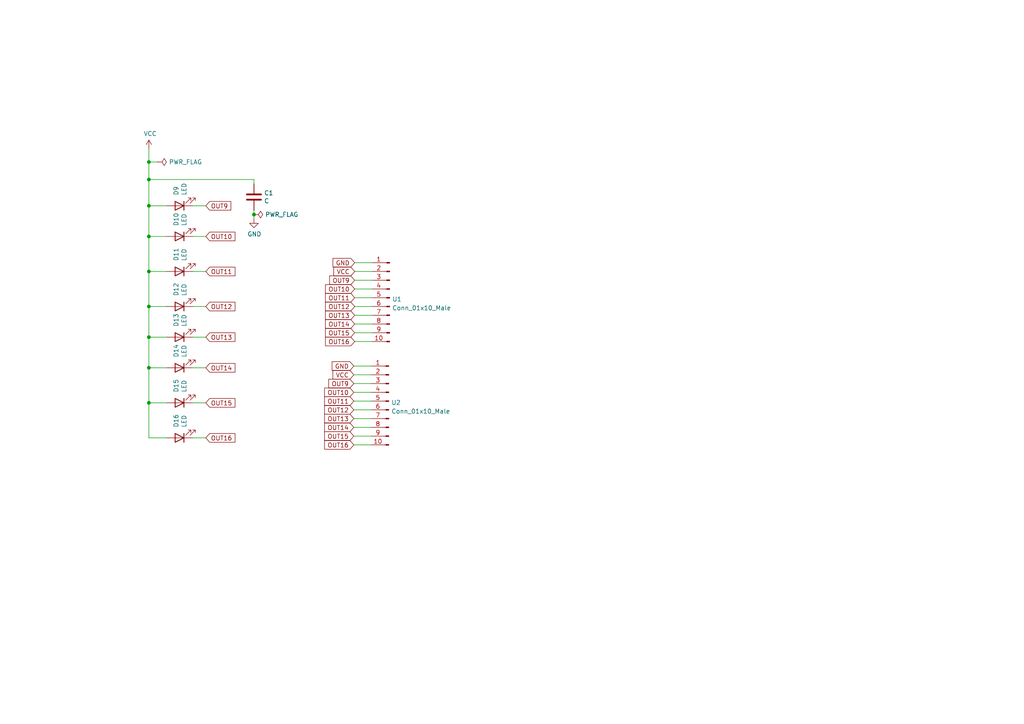
<source format=kicad_sch>
(kicad_sch (version 20211123) (generator eeschema)
  (paper "A4")
  (lib_symbols
    (symbol "Connector:Conn_01x10_Male" (pin_names (offset 1.016) hide)
      (property "Reference" "J" (at 0 12.7 0))
      (property "Value" "Conn_01x10_Male" (at 0 -15.24 0))
      (symbol "Conn_01x10_Male_1_1"
        (polyline (pts (xy 1.27 -12.7) (xy 0.8636 -12.7)) (stroke (width 0.1524)))
        (polyline (pts (xy 1.27 -10.16) (xy 0.8636 -10.16)) (stroke (width 0.1524)))
        (polyline (pts (xy 1.27 -7.62) (xy 0.8636 -7.62)) (stroke (width 0.1524)))
        (polyline (pts (xy 1.27 -5.08) (xy 0.8636 -5.08)) (stroke (width 0.1524)))
        (polyline (pts (xy 1.27 -2.54) (xy 0.8636 -2.54)) (stroke (width 0.1524)))
        (polyline (pts (xy 1.27 0) (xy 0.8636 0)) (stroke (width 0.1524)))
        (polyline (pts (xy 1.27 2.54) (xy 0.8636 2.54)) (stroke (width 0.1524)))
        (polyline (pts (xy 1.27 5.08) (xy 0.8636 5.08)) (stroke (width 0.1524)))
        (polyline (pts (xy 1.27 7.62) (xy 0.8636 7.62)) (stroke (width 0.1524)))
        (polyline (pts (xy 1.27 10.16) (xy 0.8636 10.16)) (stroke (width 0.1524)))
        (rectangle (start 0.8636 -12.573) (end 0 -12.827) (stroke (width 0.1524)) (fill (type outline)))
        (rectangle (start 0.8636 -10.033) (end 0 -10.287) (stroke (width 0.1524)) (fill (type outline)))
        (rectangle (start 0.8636 -7.493) (end 0 -7.747) (stroke (width 0.1524)) (fill (type outline)))
        (rectangle (start 0.8636 -4.953) (end 0 -5.207) (stroke (width 0.1524)) (fill (type outline)))
        (rectangle (start 0.8636 -2.413) (end 0 -2.667) (stroke (width 0.1524)) (fill (type outline)))
        (rectangle (start 0.8636 0.127) (end 0 -0.127) (stroke (width 0.1524)) (fill (type outline)))
        (rectangle (start 0.8636 2.667) (end 0 2.413) (stroke (width 0.1524)) (fill (type outline)))
        (rectangle (start 0.8636 5.207) (end 0 4.953) (stroke (width 0.1524)) (fill (type outline)))
        (rectangle (start 0.8636 7.747) (end 0 7.493) (stroke (width 0.1524)) (fill (type outline)))
        (rectangle (start 0.8636 10.287) (end 0 10.033) (stroke (width 0.1524)) (fill (type outline)))
        (pin passive line (at 5.08 10.16 180) (length 3.81) (name "Pin_1") (number "1"))
        (pin passive line (at 5.08 -12.7 180) (length 3.81) (name "Pin_10") (number "10"))
        (pin passive line (at 5.08 7.62 180) (length 3.81) (name "Pin_2") (number "2"))
        (pin passive line (at 5.08 5.08 180) (length 3.81) (name "Pin_3") (number "3"))
        (pin passive line (at 5.08 2.54 180) (length 3.81) (name "Pin_4") (number "4"))
        (pin passive line (at 5.08 0 180) (length 3.81) (name "Pin_5") (number "5"))
        (pin passive line (at 5.08 -2.54 180) (length 3.81) (name "Pin_6") (number "6"))
        (pin passive line (at 5.08 -5.08 180) (length 3.81) (name "Pin_7") (number "7"))
        (pin passive line (at 5.08 -7.62 180) (length 3.81) (name "Pin_8") (number "8"))
        (pin passive line (at 5.08 -10.16 180) (length 3.81) (name "Pin_9") (number "9"))
      )
    )
    (symbol "Device:C" (pin_numbers hide) (pin_names (offset 0.254))
      (property "Reference" "C" (at 0.635 2.54 0))
      (property "Value" "C" (at 0.635 -2.54 0))
      (symbol "C_0_1"
        (polyline (pts (xy -2.032 -0.762) (xy 2.032 -0.762)) (stroke (width 0.508)))
        (polyline (pts (xy -2.032 0.762) (xy 2.032 0.762)) (stroke (width 0.508)))
      )
      (symbol "C_1_1"
        (pin passive line (at 0 3.81 270) (length 2.794) (name "~") (number "1"))
        (pin passive line (at 0 -3.81 90) (length 2.794) (name "~") (number "2"))
      )
    )
    (symbol "Device:LED" (pin_numbers hide) (pin_names (offset 1.016) hide)
      (property "Reference" "D" (at 0 2.54 0))
      (property "Value" "LED" (at 0 -2.54 0))
      (symbol "LED_0_1"
        (polyline (pts (xy -1.27 -1.27) (xy -1.27 1.27)) (stroke (width 0.254)))
        (polyline (pts (xy -1.27 0) (xy 1.27 0)))
        (polyline (pts (xy 1.27 -1.27) (xy 1.27 1.27) (xy -1.27 0) (xy 1.27 -1.27)) (stroke (width 0.254)))
        (polyline (pts (xy -3.048 -0.762) (xy -4.572 -2.286) (xy -3.81 -2.286) (xy -4.572 -2.286) (xy -4.572 -1.524)))
        (polyline (pts (xy -1.778 -0.762) (xy -3.302 -2.286) (xy -2.54 -2.286) (xy -3.302 -2.286) (xy -3.302 -1.524)))
      )
      (symbol "LED_1_1"
        (pin passive line (at -3.81 0 0) (length 2.54) (name "K") (number "1"))
        (pin passive line (at 3.81 0 180) (length 2.54) (name "A") (number "2"))
      )
    )
    (symbol "power:GND" (power) (pin_names (offset 0))
      (property "Value" "GND" (at 0 -3.81 0))
      (symbol "GND_0_1"
        (polyline (pts (xy 0 0) (xy 0 -1.27) (xy 1.27 -1.27) (xy 0 -2.54) (xy -1.27 -1.27) (xy 0 -1.27)))
      )
      (symbol "GND_1_1"
        (pin power_in line (at 0 0 270) (length 0) hide (name "GND") (number "1"))
      )
    )
    (symbol "power:PWR_FLAG" (power) (pin_numbers hide) (pin_names (offset 0) hide)
      (property "Value" "PWR_FLAG" (at 0 3.81 0))
      (symbol "PWR_FLAG_0_0"
        (pin power_out line (at 0 0 90) (length 0) (name "pwr") (number "1"))
      )
      (symbol "PWR_FLAG_0_1"
        (polyline (pts (xy 0 0) (xy 0 1.27) (xy -1.016 1.905) (xy 0 2.54) (xy 1.016 1.905) (xy 0 1.27)))
      )
    )
    (symbol "power:VCC" (power) (pin_names (offset 0))
      (property "Value" "VCC" (at 0 3.81 0))
      (symbol "VCC_0_1"
        (polyline (pts (xy -0.762 1.27) (xy 0 2.54)))
        (polyline (pts (xy 0 0) (xy 0 2.54)))
        (polyline (pts (xy 0 2.54) (xy 0.762 1.27)))
      )
      (symbol "VCC_1_1"
        (pin power_in line (at 0 0 90) (length 0) hide (name "VCC") (number "1"))
      )
    )
  )
  (junction (at 73.66 62.23))
  (junction (at 43.18 68.58))
  (junction (at 43.18 46.99))
  (junction (at 43.18 52.07))
  (junction (at 43.18 106.68))
  (junction (at 43.18 88.9))
  (junction (at 43.18 97.79))
  (junction (at 43.18 78.74))
  (junction (at 43.18 116.84))
  (junction (at 43.18 59.69))
  (wire (pts (xy 43.18 106.68) (xy 43.18 97.79)))
  (wire (pts (xy 59.69 88.9) (xy 55.88 88.9)))
  (wire (pts (xy 43.18 127) (xy 43.18 116.84)))
  (wire (pts (xy 107.95 86.36) (xy 102.87 86.36)))
  (wire (pts (xy 102.616 113.792) (xy 107.696 113.792)))
  (wire (pts (xy 43.18 68.58) (xy 43.18 59.69)))
  (wire (pts (xy 73.66 53.34) (xy 73.66 52.07)))
  (wire (pts (xy 48.26 116.84) (xy 43.18 116.84)))
  (wire (pts (xy 43.18 116.84) (xy 43.18 106.68)))
  (wire (pts (xy 107.696 111.252) (xy 102.616 111.252)))
  (wire (pts (xy 102.87 96.52) (xy 107.95 96.52)))
  (wire (pts (xy 48.26 68.58) (xy 43.18 68.58)))
  (wire (pts (xy 102.87 76.2) (xy 107.95 76.2)))
  (wire (pts (xy 102.87 83.82) (xy 107.95 83.82)))
  (wire (pts (xy 59.69 116.84) (xy 55.88 116.84)))
  (wire (pts (xy 45.72 46.99) (xy 43.18 46.99)))
  (wire (pts (xy 43.18 52.07) (xy 43.18 59.69)))
  (wire (pts (xy 107.95 81.28) (xy 102.87 81.28)))
  (wire (pts (xy 43.18 43.18) (xy 43.18 46.99)))
  (wire (pts (xy 48.26 59.69) (xy 43.18 59.69)))
  (wire (pts (xy 73.66 62.23) (xy 73.66 63.5)))
  (wire (pts (xy 102.87 99.06) (xy 107.95 99.06)))
  (wire (pts (xy 59.69 59.69) (xy 55.88 59.69)))
  (wire (pts (xy 43.18 97.79) (xy 43.18 88.9)))
  (wire (pts (xy 102.616 121.412) (xy 107.696 121.412)))
  (wire (pts (xy 48.26 97.79) (xy 43.18 97.79)))
  (wire (pts (xy 59.69 106.68) (xy 55.88 106.68)))
  (wire (pts (xy 102.87 93.98) (xy 107.95 93.98)))
  (wire (pts (xy 107.696 116.332) (xy 102.616 116.332)))
  (wire (pts (xy 107.95 88.9) (xy 102.87 88.9)))
  (wire (pts (xy 59.69 97.79) (xy 55.88 97.79)))
  (wire (pts (xy 43.18 78.74) (xy 43.18 68.58)))
  (wire (pts (xy 59.69 78.74) (xy 55.88 78.74)))
  (wire (pts (xy 102.616 126.492) (xy 107.696 126.492)))
  (wire (pts (xy 48.26 88.9) (xy 43.18 88.9)))
  (wire (pts (xy 43.18 46.99) (xy 43.18 52.07)))
  (wire (pts (xy 102.87 78.74) (xy 107.95 78.74)))
  (wire (pts (xy 102.616 108.712) (xy 107.696 108.712)))
  (wire (pts (xy 43.18 52.07) (xy 73.66 52.07)))
  (wire (pts (xy 48.26 106.68) (xy 43.18 106.68)))
  (wire (pts (xy 59.69 127) (xy 55.88 127)))
  (wire (pts (xy 43.18 88.9) (xy 43.18 78.74)))
  (wire (pts (xy 107.696 118.872) (xy 102.616 118.872)))
  (wire (pts (xy 48.26 127) (xy 43.18 127)))
  (wire (pts (xy 73.66 60.96) (xy 73.66 62.23)))
  (wire (pts (xy 59.69 68.58) (xy 55.88 68.58)))
  (wire (pts (xy 102.616 123.952) (xy 107.696 123.952)))
  (wire (pts (xy 102.87 91.44) (xy 107.95 91.44)))
  (wire (pts (xy 48.26 78.74) (xy 43.18 78.74)))
  (wire (pts (xy 102.616 106.172) (xy 107.696 106.172)))
  (wire (pts (xy 102.616 129.032) (xy 107.696 129.032)))
  (global_label "OUT12" (shape input) (at 102.87 88.9 180) (property "Intersheet References" "${INTERSHEET_REFS}" (effects hide)))
  (global_label "VCC" (shape input) (at 102.616 108.712 180) (property "Intersheet References" "${INTERSHEET_REFS}" (effects hide)))
  (global_label "OUT14" (shape input) (at 102.616 123.952 180) (property "Intersheet References" "${INTERSHEET_REFS}" (effects hide)))
  (global_label "OUT16" (shape input) (at 102.87 99.06 180) (property "Intersheet References" "${INTERSHEET_REFS}" (effects hide)))
  (global_label "OUT14" (shape input) (at 59.69 106.68 0) (property "Intersheet References" "${INTERSHEET_REFS}" (effects hide)))
  (global_label "OUT15" (shape input) (at 102.87 96.52 180) (property "Intersheet References" "${INTERSHEET_REFS}" (effects hide)))
  (global_label "OUT9" (shape input) (at 102.87 81.28 180) (property "Intersheet References" "${INTERSHEET_REFS}" (effects hide)))
  (global_label "OUT15" (shape input) (at 59.69 116.84 0) (property "Intersheet References" "${INTERSHEET_REFS}" (effects hide)))
  (global_label "OUT9" (shape input) (at 102.616 111.252 180) (property "Intersheet References" "${INTERSHEET_REFS}" (effects hide)))
  (global_label "OUT11" (shape input) (at 102.616 116.332 180) (property "Intersheet References" "${INTERSHEET_REFS}" (effects hide)))
  (global_label "OUT11" (shape input) (at 102.87 86.36 180) (property "Intersheet References" "${INTERSHEET_REFS}" (effects hide)))
  (global_label "OUT14" (shape input) (at 102.87 93.98 180) (property "Intersheet References" "${INTERSHEET_REFS}" (effects hide)))
  (global_label "OUT16" (shape input) (at 102.616 129.032 180) (property "Intersheet References" "${INTERSHEET_REFS}" (effects hide)))
  (global_label "OUT10" (shape input) (at 59.69 68.58 0) (property "Intersheet References" "${INTERSHEET_REFS}" (effects hide)))
  (global_label "OUT10" (shape input) (at 102.616 113.792 180) (property "Intersheet References" "${INTERSHEET_REFS}" (effects hide)))
  (global_label "OUT10" (shape input) (at 102.87 83.82 180) (property "Intersheet References" "${INTERSHEET_REFS}" (effects hide)))
  (global_label "OUT9" (shape input) (at 59.69 59.69 0) (property "Intersheet References" "${INTERSHEET_REFS}" (effects hide)))
  (global_label "OUT13" (shape input) (at 59.69 97.79 0) (property "Intersheet References" "${INTERSHEET_REFS}" (effects hide)))
  (global_label "GND" (shape input) (at 102.87 76.2 180) (property "Intersheet References" "${INTERSHEET_REFS}" (effects hide)))
  (global_label "OUT13" (shape input) (at 102.616 121.412 180) (property "Intersheet References" "${INTERSHEET_REFS}" (effects hide)))
  (global_label "VCC" (shape input) (at 102.87 78.74 180) (property "Intersheet References" "${INTERSHEET_REFS}" (effects hide)))
  (global_label "OUT13" (shape input) (at 102.87 91.44 180) (property "Intersheet References" "${INTERSHEET_REFS}" (effects hide)))
  (global_label "OUT12" (shape input) (at 102.616 118.872 180) (property "Intersheet References" "${INTERSHEET_REFS}" (effects hide)))
  (global_label "GND" (shape input) (at 102.616 106.172 180) (property "Intersheet References" "${INTERSHEET_REFS}" (effects hide)))
  (global_label "OUT15" (shape input) (at 102.616 126.492 180) (property "Intersheet References" "${INTERSHEET_REFS}" (effects hide)))
  (global_label "OUT11" (shape input) (at 59.69 78.74 0) (property "Intersheet References" "${INTERSHEET_REFS}" (effects hide)))
  (global_label "OUT16" (shape input) (at 59.69 127 0) (property "Intersheet References" "${INTERSHEET_REFS}" (effects hide)))
  (global_label "OUT12" (shape input) (at 59.69 88.9 0) (property "Intersheet References" "${INTERSHEET_REFS}" (effects hide)))
  (symbol (lib_id "Device:LED") (at 52.07 127 180) (unit 1)
    (property "Reference" "D16" (at 51.0794 124.0028 90) (effects (justify right)))
    (property "Value" "LED" (at 53.3908 124.0028 90) (effects (justify right)))
    (property "Footprint" "LEDs:LED_D5.0mm" (effects hide))
  )
  (symbol (lib_id "Device:LED") (at 52.07 116.84 180) (unit 1)
    (property "Reference" "D15" (at 51.0794 113.8428 90) (effects (justify right)))
    (property "Value" "LED" (at 53.3908 113.8428 90) (effects (justify right)))
    (property "Footprint" "LEDs:LED_D5.0mm" (effects hide))
  )
  (symbol (lib_id "Device:LED") (at 52.07 106.68 180) (unit 1)
    (property "Reference" "D14" (at 51.0794 103.6828 90) (effects (justify right)))
    (property "Value" "LED" (at 53.3908 103.6828 90) (effects (justify right)))
    (property "Footprint" "LEDs:LED_D5.0mm" (effects hide))
  )
  (symbol (lib_id "Device:LED") (at 52.07 97.79 180) (unit 1)
    (property "Reference" "D13" (at 51.0794 94.7928 90) (effects (justify right)))
    (property "Value" "LED" (at 53.3908 94.7928 90) (effects (justify right)))
    (property "Footprint" "LEDs:LED_D5.0mm" (effects hide))
  )
  (symbol (lib_id "Device:LED") (at 52.07 88.9 180) (unit 1)
    (property "Reference" "D12" (at 51.0794 85.9028 90) (effects (justify right)))
    (property "Value" "LED" (at 53.3908 85.9028 90) (effects (justify right)))
    (property "Footprint" "LEDs:LED_D5.0mm" (effects hide))
  )
  (symbol (lib_id "Device:LED") (at 52.07 78.74 180) (unit 1)
    (property "Reference" "D11" (at 51.0794 75.7428 90) (effects (justify right)))
    (property "Value" "LED" (at 53.3908 75.7428 90) (effects (justify right)))
    (property "Footprint" "LEDs:LED_D5.0mm" (effects hide))
  )
  (symbol (lib_id "Device:LED") (at 52.07 68.58 180) (unit 1)
    (property "Reference" "D10" (at 51.0794 65.5828 90) (effects (justify right)))
    (property "Value" "LED" (at 53.3908 65.5828 90) (effects (justify right)))
    (property "Footprint" "LEDs:LED_D5.0mm" (effects hide))
  )
  (symbol (lib_id "Device:LED") (at 52.07 59.69 180) (unit 1)
    (property "Reference" "D9" (at 51.0794 56.6928 90) (effects (justify right)))
    (property "Value" "LED" (at 53.3908 56.6928 90) (effects (justify right)))
    (property "Footprint" "LEDs:LED_D5.0mm" (effects hide))
  )
  (symbol (lib_id "power:VCC") (at 43.18 43.18 0) (unit 1)
    (property "Reference" "#PWR01" (effects hide))
    (property "Value" "VCC" (at 43.561 38.7858 0))
  )
  (symbol (lib_id "Device:C") (at 73.66 57.15 0) (unit 1)
    (property "Reference" "C1" (at 76.581 55.9816 0) (effects (justify left)))
    (property "Value" "C" (at 76.581 58.293 0) (effects (justify left)))
    (property "Footprint" "Capacitors_SMD:C_0603_HandSoldering" (effects hide))
  )
  (symbol (lib_id "power:GND") (at 73.66 63.5 0) (unit 1)
    (property "Reference" "#PWR02" (effects hide))
    (property "Value" "GND" (at 73.787 67.8942 0))
  )
  (symbol (lib_id "power:PWR_FLAG") (at 45.72 46.99 270) (unit 1)
    (property "Reference" "#FLG01" (effects hide))
    (property "Value" "PWR_FLAG" (at 48.9712 46.99 90) (effects (justify left)))
  )
  (symbol (lib_id "power:PWR_FLAG") (at 73.66 62.23 270) (unit 1)
    (property "Reference" "#FLG02" (effects hide))
    (property "Value" "PWR_FLAG" (at 76.9112 62.23 90) (effects (justify left)))
  )
  (symbol (lib_id "Connector:Conn_01x10_Male") (at 112.776 116.332 0) (mirror y) (unit 1)
    (property "Reference" "U2" (at 113.4872 116.7673 0) (effects (justify right)))
    (property "Value" "Conn_01x10_Male" (at 113.4872 119.3042 0) (effects (justify right)))
    (property "Footprint" "Pin_Headers:Pin_Header_Angled_2x05_Pitch2.54mm" (effects hide))
  )
  (symbol (lib_id "Connector:Conn_01x10_Male") (at 113.03 86.36 0) (mirror y) (unit 1)
    (property "Reference" "U1" (at 113.7412 86.7953 0) (effects (justify right)))
    (property "Value" "Conn_01x10_Male" (at 113.7412 89.3322 0) (effects (justify right)))
    (property "Footprint" "Connector_PinSocket_2.54mm:PinSocket_1x10_P2.54mm_Horizontal" (effects hide))
  )
)
</source>
